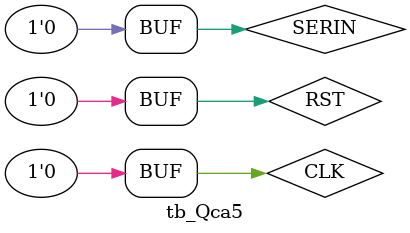
<source format=v>
`timescale 1ns/1ns

module tb_Qca5();
    reg CLK = 0;
    reg RST = 0;
    reg SERIN = 0;
    wire SEROUT;

    ca5Q UUT(.clock(CLK), .reset(RST), .serin(SERIN), .sout(SEROUT));
    initial repeat(150) #500 CLK = ~CLK;
    initial begin
    #80 SERIN = 0;
    #1150 SERIN = 1;
    //from here sequence starts
    #1000 SERIN = 0;
    #1000 SERIN = 1;
    #1000 SERIN = 1;
    #1000 SERIN = 1;
    #1000 SERIN = 1;
    #1000 SERIN = 1;
    #1000 SERIN = 0;
    #1000 SERIN = 1;
    #1000 SERIN = 1;
    #1000 SERIN = 1;
    #1000 SERIN = 0;
    #1000 SERIN = 0;
    #1000 SERIN = 0;
    #1000 SERIN = 0;
    #1000 SERIN = 0;
    #1000 SERIN = 1;
    #1000 SERIN = 0;
    #1000 SERIN = 1;
    #1000 SERIN = 0;
    #1000 SERIN = 1;
    #1000 SERIN = 0;
    #1000 SERIN = 1;
    #1000 SERIN = 0;
    #1000 SERIN = 1;
    #1000 SERIN = 0;
    #1000 SERIN = 0;
    #1000 SERIN = 0;
    #1000 SERIN = 0;
    #1000 SERIN = 1;
    #1000 SERIN = 1;
    #1000 SERIN = 1;
    #1000 SERIN = 1;
    #1000 SERIN = 1;
    #1000 SERIN = 0;
    #1000 SERIN = 1;
    #1000 SERIN = 1;
    #1000 SERIN = 1;
    #1000 SERIN = 0;
    #1000 SERIN = 0;
    #1000 SERIN = 0;
    #1000 SERIN = 0;
    #1000 SERIN = 0;
    #1000 SERIN = 1;
    #1000 SERIN = 0;
    #1000 SERIN = 1;
    #1000 SERIN = 0;
    #1000 SERIN = 1;
    #1000 SERIN = 0;
    #1000 SERIN = 1;
    #1000 SERIN = 0;
    end
endmodule

</source>
